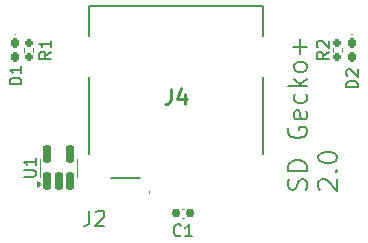
<source format=gto>
G04 #@! TF.GenerationSoftware,KiCad,Pcbnew,8.0.3*
G04 #@! TF.CreationDate,2024-06-29T19:10:51-04:00*
G04 #@! TF.ProjectId,SDGeckoLED,53444765-636b-46f4-9c45-442e6b696361,rev?*
G04 #@! TF.SameCoordinates,Original*
G04 #@! TF.FileFunction,Legend,Top*
G04 #@! TF.FilePolarity,Positive*
%FSLAX46Y46*%
G04 Gerber Fmt 4.6, Leading zero omitted, Abs format (unit mm)*
G04 Created by KiCad (PCBNEW 8.0.3) date 2024-06-29 19:10:51*
%MOMM*%
%LPD*%
G01*
G04 APERTURE LIST*
G04 Aperture macros list*
%AMRoundRect*
0 Rectangle with rounded corners*
0 $1 Rounding radius*
0 $2 $3 $4 $5 $6 $7 $8 $9 X,Y pos of 4 corners*
0 Add a 4 corners polygon primitive as box body*
4,1,4,$2,$3,$4,$5,$6,$7,$8,$9,$2,$3,0*
0 Add four circle primitives for the rounded corners*
1,1,$1+$1,$2,$3*
1,1,$1+$1,$4,$5*
1,1,$1+$1,$6,$7*
1,1,$1+$1,$8,$9*
0 Add four rect primitives between the rounded corners*
20,1,$1+$1,$2,$3,$4,$5,0*
20,1,$1+$1,$4,$5,$6,$7,0*
20,1,$1+$1,$6,$7,$8,$9,0*
20,1,$1+$1,$8,$9,$2,$3,0*%
G04 Aperture macros list end*
%ADD10C,0.200000*%
%ADD11C,0.150000*%
%ADD12C,0.254000*%
%ADD13C,0.120000*%
%ADD14C,0.100000*%
%ADD15RoundRect,0.155000X0.212500X0.155000X-0.212500X0.155000X-0.212500X-0.155000X0.212500X-0.155000X0*%
%ADD16RoundRect,0.160000X-0.160000X0.222500X-0.160000X-0.222500X0.160000X-0.222500X0.160000X0.222500X0*%
%ADD17RoundRect,0.160000X0.160000X-0.197500X0.160000X0.197500X-0.160000X0.197500X-0.160000X-0.197500X0*%
%ADD18RoundRect,0.160000X-0.160000X0.197500X-0.160000X-0.197500X0.160000X-0.197500X0.160000X0.197500X0*%
%ADD19RoundRect,0.150000X0.150000X-0.650000X0.150000X0.650000X-0.150000X0.650000X-0.150000X-0.650000X0*%
%ADD20C,1.000000*%
%ADD21R,0.700000X1.600000*%
%ADD22R,1.200000X1.400000*%
%ADD23R,1.600000X1.400000*%
%ADD24R,1.200000X2.200000*%
%ADD25RoundRect,0.076200X-0.593701X-1.885878X0.593701X-1.885878X0.593701X1.885878X-0.593701X1.885878X0*%
%ADD26RoundRect,0.076200X-0.593701X-2.339885X0.593701X-2.339885X0.593701X2.339885X-0.593701X2.339885X0*%
%ADD27RoundRect,0.076200X-0.593701X-2.095420X0.593701X-2.095420X0.593701X2.095420X-0.593701X2.095420X0*%
%ADD28RoundRect,0.076200X-0.593701X-1.571565X0.593701X-1.571565X0.593701X1.571565X-0.593701X1.571565X0*%
G04 APERTURE END LIST*
D10*
X141362890Y-103195660D02*
X141439080Y-102967088D01*
X141439080Y-102967088D02*
X141439080Y-102586136D01*
X141439080Y-102586136D02*
X141362890Y-102433755D01*
X141362890Y-102433755D02*
X141286699Y-102357564D01*
X141286699Y-102357564D02*
X141134318Y-102281374D01*
X141134318Y-102281374D02*
X140981937Y-102281374D01*
X140981937Y-102281374D02*
X140829556Y-102357564D01*
X140829556Y-102357564D02*
X140753366Y-102433755D01*
X140753366Y-102433755D02*
X140677175Y-102586136D01*
X140677175Y-102586136D02*
X140600985Y-102890898D01*
X140600985Y-102890898D02*
X140524794Y-103043279D01*
X140524794Y-103043279D02*
X140448604Y-103119469D01*
X140448604Y-103119469D02*
X140296223Y-103195660D01*
X140296223Y-103195660D02*
X140143842Y-103195660D01*
X140143842Y-103195660D02*
X139991461Y-103119469D01*
X139991461Y-103119469D02*
X139915270Y-103043279D01*
X139915270Y-103043279D02*
X139839080Y-102890898D01*
X139839080Y-102890898D02*
X139839080Y-102509945D01*
X139839080Y-102509945D02*
X139915270Y-102281374D01*
X141439080Y-101595659D02*
X139839080Y-101595659D01*
X139839080Y-101595659D02*
X139839080Y-101214707D01*
X139839080Y-101214707D02*
X139915270Y-100986135D01*
X139915270Y-100986135D02*
X140067651Y-100833754D01*
X140067651Y-100833754D02*
X140220032Y-100757564D01*
X140220032Y-100757564D02*
X140524794Y-100681373D01*
X140524794Y-100681373D02*
X140753366Y-100681373D01*
X140753366Y-100681373D02*
X141058128Y-100757564D01*
X141058128Y-100757564D02*
X141210509Y-100833754D01*
X141210509Y-100833754D02*
X141362890Y-100986135D01*
X141362890Y-100986135D02*
X141439080Y-101214707D01*
X141439080Y-101214707D02*
X141439080Y-101595659D01*
X139915270Y-97938516D02*
X139839080Y-98090897D01*
X139839080Y-98090897D02*
X139839080Y-98319468D01*
X139839080Y-98319468D02*
X139915270Y-98548040D01*
X139915270Y-98548040D02*
X140067651Y-98700421D01*
X140067651Y-98700421D02*
X140220032Y-98776611D01*
X140220032Y-98776611D02*
X140524794Y-98852802D01*
X140524794Y-98852802D02*
X140753366Y-98852802D01*
X140753366Y-98852802D02*
X141058128Y-98776611D01*
X141058128Y-98776611D02*
X141210509Y-98700421D01*
X141210509Y-98700421D02*
X141362890Y-98548040D01*
X141362890Y-98548040D02*
X141439080Y-98319468D01*
X141439080Y-98319468D02*
X141439080Y-98167087D01*
X141439080Y-98167087D02*
X141362890Y-97938516D01*
X141362890Y-97938516D02*
X141286699Y-97862325D01*
X141286699Y-97862325D02*
X140753366Y-97862325D01*
X140753366Y-97862325D02*
X140753366Y-98167087D01*
X141362890Y-96567087D02*
X141439080Y-96719468D01*
X141439080Y-96719468D02*
X141439080Y-97024230D01*
X141439080Y-97024230D02*
X141362890Y-97176611D01*
X141362890Y-97176611D02*
X141210509Y-97252802D01*
X141210509Y-97252802D02*
X140600985Y-97252802D01*
X140600985Y-97252802D02*
X140448604Y-97176611D01*
X140448604Y-97176611D02*
X140372413Y-97024230D01*
X140372413Y-97024230D02*
X140372413Y-96719468D01*
X140372413Y-96719468D02*
X140448604Y-96567087D01*
X140448604Y-96567087D02*
X140600985Y-96490897D01*
X140600985Y-96490897D02*
X140753366Y-96490897D01*
X140753366Y-96490897D02*
X140905747Y-97252802D01*
X141362890Y-95119468D02*
X141439080Y-95271849D01*
X141439080Y-95271849D02*
X141439080Y-95576611D01*
X141439080Y-95576611D02*
X141362890Y-95728992D01*
X141362890Y-95728992D02*
X141286699Y-95805182D01*
X141286699Y-95805182D02*
X141134318Y-95881373D01*
X141134318Y-95881373D02*
X140677175Y-95881373D01*
X140677175Y-95881373D02*
X140524794Y-95805182D01*
X140524794Y-95805182D02*
X140448604Y-95728992D01*
X140448604Y-95728992D02*
X140372413Y-95576611D01*
X140372413Y-95576611D02*
X140372413Y-95271849D01*
X140372413Y-95271849D02*
X140448604Y-95119468D01*
X141439080Y-94433753D02*
X139839080Y-94433753D01*
X140829556Y-94281372D02*
X141439080Y-93824229D01*
X140372413Y-93824229D02*
X140981937Y-94433753D01*
X141439080Y-92909944D02*
X141362890Y-93062325D01*
X141362890Y-93062325D02*
X141286699Y-93138515D01*
X141286699Y-93138515D02*
X141134318Y-93214706D01*
X141134318Y-93214706D02*
X140677175Y-93214706D01*
X140677175Y-93214706D02*
X140524794Y-93138515D01*
X140524794Y-93138515D02*
X140448604Y-93062325D01*
X140448604Y-93062325D02*
X140372413Y-92909944D01*
X140372413Y-92909944D02*
X140372413Y-92681372D01*
X140372413Y-92681372D02*
X140448604Y-92528991D01*
X140448604Y-92528991D02*
X140524794Y-92452801D01*
X140524794Y-92452801D02*
X140677175Y-92376610D01*
X140677175Y-92376610D02*
X141134318Y-92376610D01*
X141134318Y-92376610D02*
X141286699Y-92452801D01*
X141286699Y-92452801D02*
X141362890Y-92528991D01*
X141362890Y-92528991D02*
X141439080Y-92681372D01*
X141439080Y-92681372D02*
X141439080Y-92909944D01*
X140829556Y-91690896D02*
X140829556Y-90471849D01*
X141439080Y-91081372D02*
X140220032Y-91081372D01*
X142567371Y-103195660D02*
X142491180Y-103119469D01*
X142491180Y-103119469D02*
X142414990Y-102967088D01*
X142414990Y-102967088D02*
X142414990Y-102586136D01*
X142414990Y-102586136D02*
X142491180Y-102433755D01*
X142491180Y-102433755D02*
X142567371Y-102357564D01*
X142567371Y-102357564D02*
X142719752Y-102281374D01*
X142719752Y-102281374D02*
X142872133Y-102281374D01*
X142872133Y-102281374D02*
X143100704Y-102357564D01*
X143100704Y-102357564D02*
X144014990Y-103271850D01*
X144014990Y-103271850D02*
X144014990Y-102281374D01*
X143862609Y-101595659D02*
X143938800Y-101519469D01*
X143938800Y-101519469D02*
X144014990Y-101595659D01*
X144014990Y-101595659D02*
X143938800Y-101671850D01*
X143938800Y-101671850D02*
X143862609Y-101595659D01*
X143862609Y-101595659D02*
X144014990Y-101595659D01*
X142414990Y-100528992D02*
X142414990Y-100376611D01*
X142414990Y-100376611D02*
X142491180Y-100224230D01*
X142491180Y-100224230D02*
X142567371Y-100148040D01*
X142567371Y-100148040D02*
X142719752Y-100071849D01*
X142719752Y-100071849D02*
X143024514Y-99995659D01*
X143024514Y-99995659D02*
X143405466Y-99995659D01*
X143405466Y-99995659D02*
X143710228Y-100071849D01*
X143710228Y-100071849D02*
X143862609Y-100148040D01*
X143862609Y-100148040D02*
X143938800Y-100224230D01*
X143938800Y-100224230D02*
X144014990Y-100376611D01*
X144014990Y-100376611D02*
X144014990Y-100528992D01*
X144014990Y-100528992D02*
X143938800Y-100681373D01*
X143938800Y-100681373D02*
X143862609Y-100757564D01*
X143862609Y-100757564D02*
X143710228Y-100833754D01*
X143710228Y-100833754D02*
X143405466Y-100909945D01*
X143405466Y-100909945D02*
X143024514Y-100909945D01*
X143024514Y-100909945D02*
X142719752Y-100833754D01*
X142719752Y-100833754D02*
X142567371Y-100757564D01*
X142567371Y-100757564D02*
X142491180Y-100681373D01*
X142491180Y-100681373D02*
X142414990Y-100528992D01*
D11*
X130761465Y-107048583D02*
X130713846Y-107096203D01*
X130713846Y-107096203D02*
X130570989Y-107143822D01*
X130570989Y-107143822D02*
X130475751Y-107143822D01*
X130475751Y-107143822D02*
X130332894Y-107096203D01*
X130332894Y-107096203D02*
X130237656Y-107000964D01*
X130237656Y-107000964D02*
X130190037Y-106905726D01*
X130190037Y-106905726D02*
X130142418Y-106715250D01*
X130142418Y-106715250D02*
X130142418Y-106572393D01*
X130142418Y-106572393D02*
X130190037Y-106381917D01*
X130190037Y-106381917D02*
X130237656Y-106286679D01*
X130237656Y-106286679D02*
X130332894Y-106191441D01*
X130332894Y-106191441D02*
X130475751Y-106143822D01*
X130475751Y-106143822D02*
X130570989Y-106143822D01*
X130570989Y-106143822D02*
X130713846Y-106191441D01*
X130713846Y-106191441D02*
X130761465Y-106239060D01*
X131713846Y-107143822D02*
X131142418Y-107143822D01*
X131428132Y-107143822D02*
X131428132Y-106143822D01*
X131428132Y-106143822D02*
X131332894Y-106286679D01*
X131332894Y-106286679D02*
X131237656Y-106381917D01*
X131237656Y-106381917D02*
X131142418Y-106429536D01*
X117269419Y-94270294D02*
X116269419Y-94270294D01*
X116269419Y-94270294D02*
X116269419Y-94032199D01*
X116269419Y-94032199D02*
X116317038Y-93889342D01*
X116317038Y-93889342D02*
X116412276Y-93794104D01*
X116412276Y-93794104D02*
X116507514Y-93746485D01*
X116507514Y-93746485D02*
X116697990Y-93698866D01*
X116697990Y-93698866D02*
X116840847Y-93698866D01*
X116840847Y-93698866D02*
X117031323Y-93746485D01*
X117031323Y-93746485D02*
X117126561Y-93794104D01*
X117126561Y-93794104D02*
X117221800Y-93889342D01*
X117221800Y-93889342D02*
X117269419Y-94032199D01*
X117269419Y-94032199D02*
X117269419Y-94270294D01*
X117269419Y-92746485D02*
X117269419Y-93317913D01*
X117269419Y-93032199D02*
X116269419Y-93032199D01*
X116269419Y-93032199D02*
X116412276Y-93127437D01*
X116412276Y-93127437D02*
X116507514Y-93222675D01*
X116507514Y-93222675D02*
X116555133Y-93317913D01*
X143277419Y-91523866D02*
X142801228Y-91857199D01*
X143277419Y-92095294D02*
X142277419Y-92095294D01*
X142277419Y-92095294D02*
X142277419Y-91714342D01*
X142277419Y-91714342D02*
X142325038Y-91619104D01*
X142325038Y-91619104D02*
X142372657Y-91571485D01*
X142372657Y-91571485D02*
X142467895Y-91523866D01*
X142467895Y-91523866D02*
X142610752Y-91523866D01*
X142610752Y-91523866D02*
X142705990Y-91571485D01*
X142705990Y-91571485D02*
X142753609Y-91619104D01*
X142753609Y-91619104D02*
X142801228Y-91714342D01*
X142801228Y-91714342D02*
X142801228Y-92095294D01*
X142372657Y-91142913D02*
X142325038Y-91095294D01*
X142325038Y-91095294D02*
X142277419Y-91000056D01*
X142277419Y-91000056D02*
X142277419Y-90761961D01*
X142277419Y-90761961D02*
X142325038Y-90666723D01*
X142325038Y-90666723D02*
X142372657Y-90619104D01*
X142372657Y-90619104D02*
X142467895Y-90571485D01*
X142467895Y-90571485D02*
X142563133Y-90571485D01*
X142563133Y-90571485D02*
X142705990Y-90619104D01*
X142705990Y-90619104D02*
X143277419Y-91190532D01*
X143277419Y-91190532D02*
X143277419Y-90571485D01*
X119751945Y-91523866D02*
X119275754Y-91857199D01*
X119751945Y-92095294D02*
X118751945Y-92095294D01*
X118751945Y-92095294D02*
X118751945Y-91714342D01*
X118751945Y-91714342D02*
X118799564Y-91619104D01*
X118799564Y-91619104D02*
X118847183Y-91571485D01*
X118847183Y-91571485D02*
X118942421Y-91523866D01*
X118942421Y-91523866D02*
X119085278Y-91523866D01*
X119085278Y-91523866D02*
X119180516Y-91571485D01*
X119180516Y-91571485D02*
X119228135Y-91619104D01*
X119228135Y-91619104D02*
X119275754Y-91714342D01*
X119275754Y-91714342D02*
X119275754Y-92095294D01*
X119751945Y-90571485D02*
X119751945Y-91142913D01*
X119751945Y-90857199D02*
X118751945Y-90857199D01*
X118751945Y-90857199D02*
X118894802Y-90952437D01*
X118894802Y-90952437D02*
X118990040Y-91047675D01*
X118990040Y-91047675D02*
X119037659Y-91142913D01*
X145768219Y-94524294D02*
X144768219Y-94524294D01*
X144768219Y-94524294D02*
X144768219Y-94286199D01*
X144768219Y-94286199D02*
X144815838Y-94143342D01*
X144815838Y-94143342D02*
X144911076Y-94048104D01*
X144911076Y-94048104D02*
X145006314Y-94000485D01*
X145006314Y-94000485D02*
X145196790Y-93952866D01*
X145196790Y-93952866D02*
X145339647Y-93952866D01*
X145339647Y-93952866D02*
X145530123Y-94000485D01*
X145530123Y-94000485D02*
X145625361Y-94048104D01*
X145625361Y-94048104D02*
X145720600Y-94143342D01*
X145720600Y-94143342D02*
X145768219Y-94286199D01*
X145768219Y-94286199D02*
X145768219Y-94524294D01*
X144863457Y-93571913D02*
X144815838Y-93524294D01*
X144815838Y-93524294D02*
X144768219Y-93429056D01*
X144768219Y-93429056D02*
X144768219Y-93190961D01*
X144768219Y-93190961D02*
X144815838Y-93095723D01*
X144815838Y-93095723D02*
X144863457Y-93048104D01*
X144863457Y-93048104D02*
X144958695Y-93000485D01*
X144958695Y-93000485D02*
X145053933Y-93000485D01*
X145053933Y-93000485D02*
X145196790Y-93048104D01*
X145196790Y-93048104D02*
X145768219Y-93619532D01*
X145768219Y-93619532D02*
X145768219Y-93000485D01*
X117462119Y-102107904D02*
X118271642Y-102107904D01*
X118271642Y-102107904D02*
X118366880Y-102060285D01*
X118366880Y-102060285D02*
X118414500Y-102012666D01*
X118414500Y-102012666D02*
X118462119Y-101917428D01*
X118462119Y-101917428D02*
X118462119Y-101726952D01*
X118462119Y-101726952D02*
X118414500Y-101631714D01*
X118414500Y-101631714D02*
X118366880Y-101584095D01*
X118366880Y-101584095D02*
X118271642Y-101536476D01*
X118271642Y-101536476D02*
X117462119Y-101536476D01*
X118462119Y-100536476D02*
X118462119Y-101107904D01*
X118462119Y-100822190D02*
X117462119Y-100822190D01*
X117462119Y-100822190D02*
X117604976Y-100917428D01*
X117604976Y-100917428D02*
X117700214Y-101012666D01*
X117700214Y-101012666D02*
X117747833Y-101107904D01*
D12*
X129929467Y-94630518D02*
X129929467Y-95537661D01*
X129929467Y-95537661D02*
X129868990Y-95719089D01*
X129868990Y-95719089D02*
X129748038Y-95840042D01*
X129748038Y-95840042D02*
X129566609Y-95900518D01*
X129566609Y-95900518D02*
X129445657Y-95900518D01*
X131078514Y-95053851D02*
X131078514Y-95900518D01*
X130776133Y-94570042D02*
X130473752Y-95477184D01*
X130473752Y-95477184D02*
X131259943Y-95477184D01*
D11*
X123020667Y-104973726D02*
X123020667Y-105880869D01*
X123020667Y-105880869D02*
X122960190Y-106062297D01*
X122960190Y-106062297D02*
X122839238Y-106183250D01*
X122839238Y-106183250D02*
X122657809Y-106243726D01*
X122657809Y-106243726D02*
X122536857Y-106243726D01*
X123564952Y-105094678D02*
X123625428Y-105034202D01*
X123625428Y-105034202D02*
X123746381Y-104973726D01*
X123746381Y-104973726D02*
X124048762Y-104973726D01*
X124048762Y-104973726D02*
X124169714Y-105034202D01*
X124169714Y-105034202D02*
X124230190Y-105094678D01*
X124230190Y-105094678D02*
X124290667Y-105215630D01*
X124290667Y-105215630D02*
X124290667Y-105336583D01*
X124290667Y-105336583D02*
X124230190Y-105518011D01*
X124230190Y-105518011D02*
X123504476Y-106243726D01*
X123504476Y-106243726D02*
X124290667Y-106243726D01*
D13*
X131052835Y-104838800D02*
X130821165Y-104838800D01*
X131052835Y-105558800D02*
X130821165Y-105558800D01*
D14*
X116788400Y-90092200D02*
G75*
G02*
X116688400Y-90092200I-50000J0D01*
G01*
X116688400Y-90092200D02*
G75*
G02*
X116788400Y-90092200I50000J0D01*
G01*
D13*
X143612600Y-91524821D02*
X143612600Y-91189579D01*
X144372600Y-91524821D02*
X144372600Y-91189579D01*
X117501400Y-91189579D02*
X117501400Y-91524821D01*
X118261400Y-91189579D02*
X118261400Y-91524821D01*
D14*
X145312600Y-90092200D02*
G75*
G02*
X145212600Y-90092200I-50000J0D01*
G01*
X145212600Y-90092200D02*
G75*
G02*
X145312600Y-90092200I50000J0D01*
G01*
D13*
X118847300Y-101346000D02*
X118847300Y-100571000D01*
X118847300Y-101346000D02*
X118847300Y-102121000D01*
X121967300Y-101346000D02*
X121967300Y-100571000D01*
X121967300Y-101346000D02*
X121967300Y-102121000D01*
X118897300Y-102708500D02*
X118567300Y-102948500D01*
X118567300Y-102468500D01*
X118897300Y-102708500D01*
G36*
X118897300Y-102708500D02*
G01*
X118567300Y-102948500D01*
X118567300Y-102468500D01*
X118897300Y-102708500D01*
G37*
D10*
X123002800Y-87676200D02*
X123002800Y-90176200D01*
X123002800Y-100176200D02*
X123002800Y-93676200D01*
X127302800Y-102176200D02*
X124852800Y-102176200D01*
D14*
X128102800Y-103376200D02*
X128102800Y-103376200D01*
X128102800Y-103476200D02*
X128102800Y-103476200D01*
D10*
X137702800Y-87676200D02*
X123002800Y-87676200D01*
X137702800Y-90176200D02*
X137702800Y-87676200D01*
X137702800Y-100176200D02*
X137702800Y-93676200D01*
D14*
X128102800Y-103376200D02*
G75*
G02*
X128102800Y-103476200I0J-50000D01*
G01*
X128102800Y-103476200D02*
G75*
G02*
X128102800Y-103376200I0J50000D01*
G01*
%LPC*%
D15*
X131504500Y-105198800D03*
X130369500Y-105198800D03*
D16*
X116738400Y-90784700D03*
X116738400Y-91929700D03*
D17*
X143992600Y-91954700D03*
X143992600Y-90759700D03*
D18*
X117881400Y-90759700D03*
X117881400Y-91954700D03*
D16*
X145262600Y-90784700D03*
X145262600Y-91929700D03*
D19*
X119457300Y-102496000D03*
X120407300Y-102496000D03*
X121357300Y-102496000D03*
X121357300Y-100196000D03*
X119457300Y-100196000D03*
D20*
X135302800Y-91676200D03*
X127302800Y-91676200D03*
D21*
X128102800Y-102176200D03*
X129202800Y-102176200D03*
X130302800Y-102176200D03*
X131402800Y-102176200D03*
X132502800Y-102176200D03*
X133602800Y-102176200D03*
X134702800Y-102176200D03*
X135802800Y-102176200D03*
X136902800Y-102176200D03*
D22*
X138102800Y-101676200D03*
D23*
X123502800Y-101676200D03*
D24*
X122602800Y-92076200D03*
X138102800Y-92076200D03*
D25*
X138937262Y-112171015D03*
D26*
X137487262Y-116971015D03*
D27*
X135987262Y-112371015D03*
X134587262Y-116721015D03*
X133137262Y-112371015D03*
X131687262Y-116721015D03*
X130187262Y-112371015D03*
X128787262Y-116721015D03*
X127337262Y-112371015D03*
D26*
X125887262Y-116921015D03*
D27*
X124387262Y-112371015D03*
D28*
X122987262Y-116171015D03*
%LPD*%
M02*

</source>
